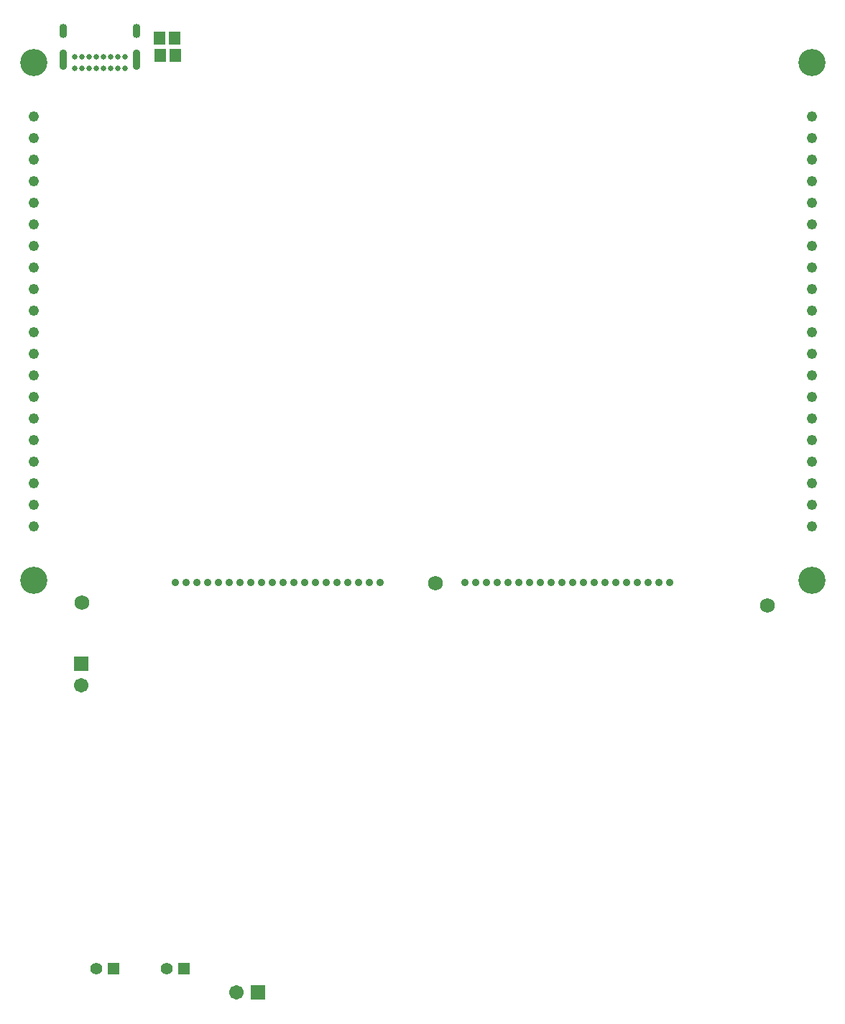
<source format=gts>
G04*
G04 #@! TF.GenerationSoftware,Altium Limited,Altium Designer,24.1.2 (44)*
G04*
G04 Layer_Color=8388736*
%FSLAX44Y44*%
%MOMM*%
G71*
G04*
G04 #@! TF.SameCoordinates,8F2A281D-5683-44EC-B143-A45D5901FF86*
G04*
G04*
G04 #@! TF.FilePolarity,Negative*
G04*
G01*
G75*
%ADD14R,1.3532X1.5532*%
%ADD15C,1.7272*%
%ADD16C,0.6500*%
G04:AMPARAMS|DCode=17|XSize=0.9mm|YSize=2.4mm|CornerRadius=0.45mm|HoleSize=0mm|Usage=FLASHONLY|Rotation=0.000|XOffset=0mm|YOffset=0mm|HoleType=Round|Shape=RoundedRectangle|*
%AMROUNDEDRECTD17*
21,1,0.9000,1.5000,0,0,0.0*
21,1,0.0000,2.4000,0,0,0.0*
1,1,0.9000,0.0000,-0.7500*
1,1,0.9000,0.0000,-0.7500*
1,1,0.9000,0.0000,0.7500*
1,1,0.9000,0.0000,0.7500*
%
%ADD17ROUNDEDRECTD17*%
G04:AMPARAMS|DCode=18|XSize=0.9mm|YSize=1.7mm|CornerRadius=0.45mm|HoleSize=0mm|Usage=FLASHONLY|Rotation=0.000|XOffset=0mm|YOffset=0mm|HoleType=Round|Shape=RoundedRectangle|*
%AMROUNDEDRECTD18*
21,1,0.9000,0.8000,0,0,0.0*
21,1,0.0000,1.7000,0,0,0.0*
1,1,0.9000,0.0000,-0.4000*
1,1,0.9000,0.0000,-0.4000*
1,1,0.9000,0.0000,0.4000*
1,1,0.9000,0.0000,0.4000*
%
%ADD18ROUNDEDRECTD18*%
%ADD19C,1.2232*%
%ADD20C,0.9032*%
%ADD21R,1.7032X1.7032*%
%ADD22C,1.7032*%
%ADD23C,3.2032*%
%ADD24C,1.4032*%
%ADD25R,1.4032X1.4032*%
%ADD26R,1.7032X1.7032*%
D14*
X456410Y1532900D02*
D03*
X473910D02*
D03*
X474556Y1512255D02*
D03*
X457056D02*
D03*
D15*
X364686Y868051D02*
D03*
X781246Y890911D02*
D03*
X1172406Y864241D02*
D03*
D16*
X356056Y1510666D02*
D03*
X364556D02*
D03*
X373056D02*
D03*
X381556D02*
D03*
X390056D02*
D03*
X398556D02*
D03*
X407056D02*
D03*
X415556D02*
D03*
Y1497166D02*
D03*
X407056D02*
D03*
X398556D02*
D03*
X390056D02*
D03*
X381556D02*
D03*
X373056D02*
D03*
X364556D02*
D03*
X356056D02*
D03*
D17*
X429056Y1506966D02*
D03*
X342556D02*
D03*
D18*
X429056Y1540766D02*
D03*
X342556D02*
D03*
D19*
X308107Y958092D02*
D03*
Y983492D02*
D03*
Y1008892D02*
D03*
Y1034292D02*
D03*
Y1059692D02*
D03*
Y1085092D02*
D03*
Y1110492D02*
D03*
Y1135892D02*
D03*
Y1161292D02*
D03*
Y1186692D02*
D03*
Y1212092D02*
D03*
Y1237492D02*
D03*
Y1262892D02*
D03*
Y1288292D02*
D03*
Y1313692D02*
D03*
Y1339092D02*
D03*
Y1364492D02*
D03*
Y1389892D02*
D03*
Y1415292D02*
D03*
Y1440692D02*
D03*
X1224793D02*
D03*
Y1415292D02*
D03*
Y1389892D02*
D03*
Y1364492D02*
D03*
Y1339092D02*
D03*
Y1313692D02*
D03*
Y1288292D02*
D03*
Y1262892D02*
D03*
Y1237492D02*
D03*
Y1212092D02*
D03*
Y1186692D02*
D03*
Y1161292D02*
D03*
Y1135892D02*
D03*
Y1110492D02*
D03*
Y1085092D02*
D03*
Y1059692D02*
D03*
Y1034292D02*
D03*
Y1008892D02*
D03*
Y983492D02*
D03*
Y958092D02*
D03*
D20*
X816450Y891692D02*
D03*
X829150D02*
D03*
X816450D02*
D03*
X829150D02*
D03*
X841850D02*
D03*
X854550D02*
D03*
X867250D02*
D03*
X879950D02*
D03*
X892650D02*
D03*
X905350D02*
D03*
X918050D02*
D03*
X930750D02*
D03*
X943450D02*
D03*
X956150D02*
D03*
X968850D02*
D03*
X981550D02*
D03*
X994250D02*
D03*
X1006950D02*
D03*
X1019650D02*
D03*
X1032350D02*
D03*
X1045050D02*
D03*
X1057750D02*
D03*
X475150D02*
D03*
X487850D02*
D03*
X475150D02*
D03*
X487850D02*
D03*
X500550D02*
D03*
X513250D02*
D03*
X525950D02*
D03*
X538650D02*
D03*
X551350D02*
D03*
X564050D02*
D03*
X576750D02*
D03*
X589450D02*
D03*
X602150D02*
D03*
X614850D02*
D03*
X627550D02*
D03*
X640250D02*
D03*
X652950D02*
D03*
X665650D02*
D03*
X678350D02*
D03*
X691050D02*
D03*
X703750D02*
D03*
X716450D02*
D03*
D21*
X572257Y409031D02*
D03*
D22*
X546857D02*
D03*
X363870Y770321D02*
D03*
D23*
X308107Y894592D02*
D03*
Y1504192D02*
D03*
X1224793D02*
D03*
Y894592D02*
D03*
D24*
X465160Y436773D02*
D03*
X381935D02*
D03*
D25*
X485160D02*
D03*
X401935D02*
D03*
D26*
X363870Y795721D02*
D03*
M02*

</source>
